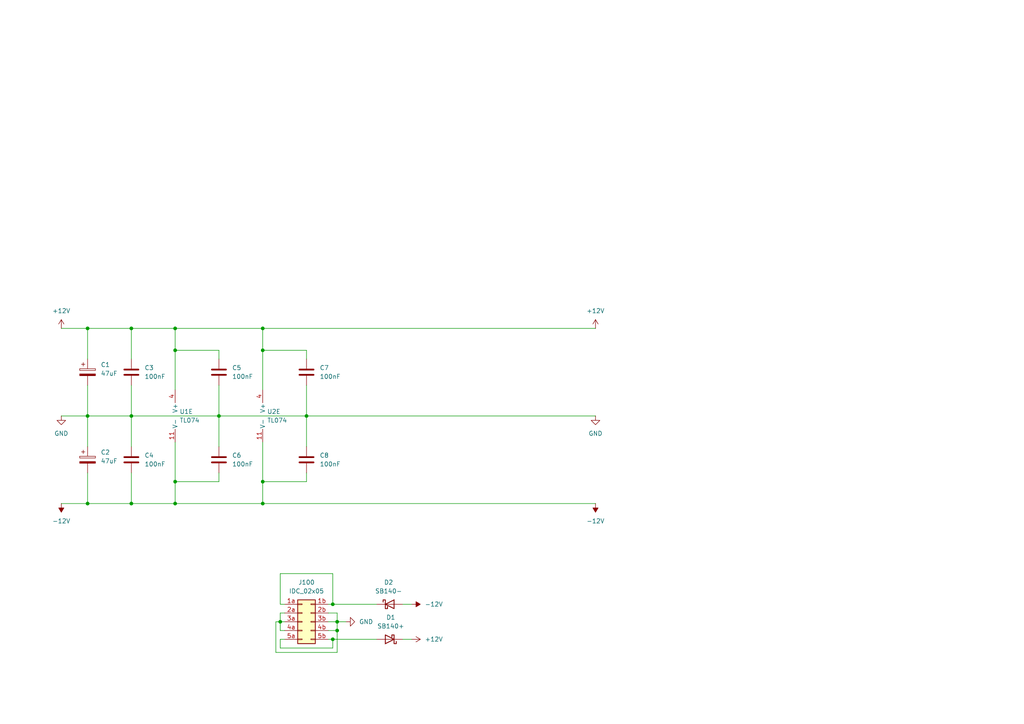
<source format=kicad_sch>
(kicad_sch (version 20231120) (generator "eeschema") (generator_version "8.0")
  (paper "A4")
  (title_block (title "Power Distribution") (company "DMH Instruments") (comment 1 "PCB for 5 cm Kosmo format synthesizer module"))
  (lib_symbols
    (symbol "Amplifier_Operational:TL074" (pin_names (offset 0.127))
      (property "Reference" "U" (at 0 5.08 0))
      (property "Value" "TL074" (at 0 -5.08 0))
      (symbol "TL074_1_1"
        (polyline (pts (xy -5.08 5.08) (xy 5.08 0) (xy -5.08 -5.08) (xy -5.08 5.08)) (stroke (width 0.254)) (fill (type background)))
        (pin output line (at 7.62 0 180) (length 2.54) (name "~") (number "1"))
        (pin input line (at -7.62 -2.54 0) (length 2.54) (name "-") (number "2"))
        (pin input line (at -7.62 2.54 0) (length 2.54) (name "+") (number "3"))
      )
      (symbol "TL074_2_1"
        (polyline (pts (xy -5.08 5.08) (xy 5.08 0) (xy -5.08 -5.08) (xy -5.08 5.08)) (stroke (width 0.254)) (fill (type background)))
        (pin input line (at -7.62 2.54 0) (length 2.54) (name "+") (number "5"))
        (pin input line (at -7.62 -2.54 0) (length 2.54) (name "-") (number "6"))
        (pin output line (at 7.62 0 180) (length 2.54) (name "~") (number "7"))
      )
      (symbol "TL074_3_1"
        (polyline (pts (xy -5.08 5.08) (xy 5.08 0) (xy -5.08 -5.08) (xy -5.08 5.08)) (stroke (width 0.254)) (fill (type background)))
        (pin input line (at -7.62 2.54 0) (length 2.54) (name "+") (number "10"))
        (pin output line (at 7.62 0 180) (length 2.54) (name "~") (number "8"))
        (pin input line (at -7.62 -2.54 0) (length 2.54) (name "-") (number "9"))
      )
      (symbol "TL074_4_1"
        (polyline (pts (xy -5.08 5.08) (xy 5.08 0) (xy -5.08 -5.08) (xy -5.08 5.08)) (stroke (width 0.254)) (fill (type background)))
        (pin input line (at -7.62 2.54 0) (length 2.54) (name "+") (number "12"))
        (pin input line (at -7.62 -2.54 0) (length 2.54) (name "-") (number "13"))
        (pin output line (at 7.62 0 180) (length 2.54) (name "~") (number "14"))
      )
      (symbol "TL074_5_1"
        (pin power_in line (at -2.54 -7.62 90) (length 3.81) (name "V-") (number "11"))
        (pin power_in line (at -2.54 7.62 270) (length 3.81) (name "V+") (number "4"))
      )
    )
    (symbol "Device:C" (pin_numbers hide) (pin_names (offset 0.254))
      (property "Reference" "C" (at 0.635 2.54 0))
      (property "Value" "C" (at 0.635 -2.54 0))
      (symbol "C_0_1"
        (polyline (pts (xy -2.032 -0.762) (xy 2.032 -0.762)) (stroke (width 0.508)))
        (polyline (pts (xy -2.032 0.762) (xy 2.032 0.762)) (stroke (width 0.508)))
      )
      (symbol "C_1_1"
        (pin passive line (at 0 3.81 270) (length 2.794) (name "~") (number "1"))
        (pin passive line (at 0 -3.81 90) (length 2.794) (name "~") (number "2"))
      )
    )
    (symbol "Device:C_Polarized" (pin_numbers hide) (pin_names (offset 0.254))
      (property "Reference" "C" (at 0.635 2.54 0))
      (property "Value" "C_Polarized" (at 0.635 -2.54 0))
      (symbol "C_Polarized_0_1"
        (rectangle (start -2.286 0.508) (end 2.286 1.016))
        (polyline (pts (xy -1.778 2.286) (xy -0.762 2.286)))
        (polyline (pts (xy -1.27 2.794) (xy -1.27 1.778)))
        (rectangle (start 2.286 -0.508) (end -2.286 -1.016) (fill (type outline)))
      )
      (symbol "C_Polarized_1_1"
        (pin passive line (at 0 3.81 270) (length 2.794) (name "~") (number "1"))
        (pin passive line (at 0 -3.81 90) (length 2.794) (name "~") (number "2"))
      )
    )
    (symbol "SynthStuff:Eurorack_Power_Connector_10Pin" (pin_names (offset 1.016) hide)
      (property "Reference" "J" (at 0 -10.922 0))
      (property "Value" "IDC_02x05" (at 0 -8.382 0))
      (symbol "Eurorack_Power_Connector_10Pin_1_1"
        (rectangle (start -2.54 -4.953) (end -1.27 -5.207) (stroke (width 0.1524)))
        (rectangle (start -2.54 -2.413) (end -1.27 -2.667) (stroke (width 0.1524)))
        (rectangle (start -2.54 0.127) (end -1.27 -0.127) (stroke (width 0.1524)))
        (rectangle (start -2.54 2.667) (end -1.27 2.413) (stroke (width 0.1524)))
        (rectangle (start -2.54 5.207) (end -1.27 4.953) (stroke (width 0.1524)))
        (rectangle (start -2.54 6.35) (end 2.54 -6.35) (stroke (width 0.254)) (fill (type background)))
        (rectangle (start 2.54 -4.953) (end 1.27 -5.207) (stroke (width 0.1524)))
        (rectangle (start 2.54 -2.413) (end 1.27 -2.667) (stroke (width 0.1524)))
        (rectangle (start 2.54 0.127) (end 1.27 -0.127) (stroke (width 0.1524)))
        (rectangle (start 2.54 2.667) (end 1.27 2.413) (stroke (width 0.1524)))
        (rectangle (start 2.54 5.207) (end 1.27 4.953) (stroke (width 0.1524)))
        (pin power_out line (at -6.35 5.08 0) (length 3.81) (name "Pin_1a") (number "1a"))
        (pin passive line (at 6.35 5.08 180) (length 3.81) (name "Pin_1b") (number "1b"))
        (pin power_out line (at -6.35 2.54 0) (length 3.81) (name "Pin_2a") (number "2a"))
        (pin passive line (at 6.35 2.54 180) (length 3.81) (name "Pin_2b") (number "2b"))
        (pin passive line (at -6.35 0 0) (length 3.81) (name "Pin_3a") (number "3a"))
        (pin passive line (at 6.35 0 180) (length 3.81) (name "Pin_3b") (number "3b"))
        (pin passive line (at -6.35 -2.54 0) (length 3.81) (name "Pin_4a") (number "4a"))
        (pin passive line (at 6.35 -2.54 180) (length 3.81) (name "Pin_4b") (number "4b"))
        (pin power_out line (at -6.35 -5.08 0) (length 3.81) (name "Pin_5a") (number "5a"))
        (pin passive line (at 6.35 -5.08 180) (length 3.81) (name "Pin_5b") (number "5b"))
      )
    )
    (symbol "SynthStuff:Power_Bus_Schotty_+" (pin_numbers hide) (pin_names (offset 1.016) hide)
      (property "Reference" "D" (at 0 2.54 0))
      (property "Value" "SB140+" (at 0 -2.54 0))
      (symbol "Power_Bus_Schotty_+_0_1"
        (polyline (pts (xy 1.27 0) (xy -1.27 0)))
        (polyline (pts (xy 1.27 1.27) (xy 1.27 -1.27) (xy -1.27 0) (xy 1.27 1.27)) (stroke (width 0.254)))
        (polyline (pts (xy -1.905 0.635) (xy -1.905 1.27) (xy -1.27 1.27) (xy -1.27 -1.27) (xy -0.635 -1.27) (xy -0.635 -0.635)) (stroke (width 0.254)))
      )
      (symbol "Power_Bus_Schotty_+_1_1"
        (pin power_out line (at -3.81 0 0) (length 2.54) (name "K") (number "1"))
        (pin power_in line (at 3.81 0 180) (length 2.54) (name "A") (number "2"))
      )
    )
    (symbol "SynthStuff:Power_Bus_Schotty_-" (pin_numbers hide) (pin_names (offset 1.016) hide)
      (property "Reference" "D" (at 0 2.54 0))
      (property "Value" "SB140-" (at 0 -2.54 0))
      (symbol "Power_Bus_Schotty_-_0_1"
        (polyline (pts (xy 1.27 0) (xy -1.27 0)))
        (polyline (pts (xy 1.27 1.27) (xy 1.27 -1.27) (xy -1.27 0) (xy 1.27 1.27)) (stroke (width 0.254)))
        (polyline (pts (xy -1.905 0.635) (xy -1.905 1.27) (xy -1.27 1.27) (xy -1.27 -1.27) (xy -0.635 -1.27) (xy -0.635 -0.635)) (stroke (width 0.254)))
      )
      (symbol "Power_Bus_Schotty_-_1_1"
        (pin power_in line (at -3.81 0 0) (length 2.54) (name "K") (number "1"))
        (pin power_out line (at 3.81 0 180) (length 2.54) (name "A") (number "2"))
      )
    )
    (symbol "power:+12V" (power) (pin_numbers hide) (pin_names (offset 0) hide)
      (property "Value" "+12V" (at 0 3.556 0))
      (symbol "+12V_0_1"
        (polyline (pts (xy -0.762 1.27) (xy 0 2.54)))
        (polyline (pts (xy 0 0) (xy 0 2.54)))
        (polyline (pts (xy 0 2.54) (xy 0.762 1.27)))
      )
      (symbol "+12V_1_1"
        (pin power_in line (at 0 0 90) (length 0) (name "~") (number "1"))
      )
    )
    (symbol "power:-12V" (power) (pin_numbers hide) (pin_names (offset 0) hide)
      (property "Value" "-12V" (at 0 3.556 0))
      (symbol "-12V_0_0"
        (pin power_in line (at 0 0 90) (length 0) (name "~") (number "1"))
      )
      (symbol "-12V_0_1"
        (polyline (pts (xy 0 0) (xy 0 1.27) (xy 0.762 1.27) (xy 0 2.54) (xy -0.762 1.27) (xy 0 1.27)) (fill (type outline)))
      )
    )
    (symbol "power:GND" (power) (pin_numbers hide) (pin_names (offset 0) hide)
      (property "Value" "GND" (at 0 -3.81 0))
      (symbol "GND_0_1"
        (polyline (pts (xy 0 0) (xy 0 -1.27) (xy 1.27 -1.27) (xy 0 -2.54) (xy -1.27 -1.27) (xy 0 -1.27)))
      )
      (symbol "GND_1_1"
        (pin power_in line (at 0 0 270) (length 0) (name "~") (number "1"))
      )
    )
  )
  (junction (at 76.2 101.6))
  (junction (at 81.28 180.34))
  (junction (at 50.8 146.05))
  (junction (at 97.79 180.34))
  (junction (at 76.2 139.7))
  (junction (at 76.2 146.05))
  (junction (at 76.2 95.25))
  (junction (at 25.4 120.65))
  (junction (at 38.1 146.05))
  (junction (at 96.52 175.26))
  (junction (at 63.5 120.65))
  (junction (at 97.79 182.88))
  (junction (at 25.4 146.05))
  (junction (at 96.52 185.42))
  (junction (at 38.1 120.65))
  (junction (at 50.8 101.6))
  (junction (at 88.9 120.65))
  (junction (at 25.4 95.25))
  (junction (at 50.8 95.25))
  (junction (at 38.1 95.25))
  (junction (at 50.8 139.7))
  (wire (pts (xy 96.52 175.26) (xy 109.22 175.26)))
  (wire (pts (xy 81.28 166.37) (xy 96.52 166.37)))
  (wire (pts (xy 63.5 111.76) (xy 63.5 120.65)))
  (wire (pts (xy 76.2 128.27) (xy 76.2 139.7)))
  (wire (pts (xy 81.28 180.34) (xy 80.01 180.34)))
  (wire (pts (xy 50.8 101.6) (xy 50.8 113.03)))
  (wire (pts (xy 95.25 185.42) (xy 96.52 185.42)))
  (wire (pts (xy 17.78 120.65) (xy 25.4 120.65)))
  (wire (pts (xy 88.9 120.65) (xy 172.72 120.65)))
  (wire (pts (xy 81.28 177.8) (xy 82.55 177.8)))
  (wire (pts (xy 95.25 180.34) (xy 97.79 180.34)))
  (wire (pts (xy 97.79 189.23) (xy 97.79 182.88)))
  (wire (pts (xy 116.84 185.42) (xy 119.38 185.42)))
  (wire (pts (xy 25.4 146.05) (xy 38.1 146.05)))
  (wire (pts (xy 88.9 111.76) (xy 88.9 120.65)))
  (wire (pts (xy 38.1 146.05) (xy 50.8 146.05)))
  (wire (pts (xy 82.55 182.88) (xy 81.28 182.88)))
  (wire (pts (xy 81.28 175.26) (xy 81.28 166.37)))
  (wire (pts (xy 25.4 95.25) (xy 25.4 104.14)))
  (wire (pts (xy 63.5 120.65) (xy 88.9 120.65)))
  (wire (pts (xy 38.1 120.65) (xy 63.5 120.65)))
  (wire (pts (xy 96.52 166.37) (xy 96.52 175.26)))
  (wire (pts (xy 76.2 146.05) (xy 172.72 146.05)))
  (wire (pts (xy 17.78 95.25) (xy 25.4 95.25)))
  (wire (pts (xy 63.5 139.7) (xy 50.8 139.7)))
  (wire (pts (xy 25.4 95.25) (xy 38.1 95.25)))
  (wire (pts (xy 81.28 182.88) (xy 81.28 180.34)))
  (wire (pts (xy 50.8 146.05) (xy 76.2 146.05)))
  (wire (pts (xy 38.1 95.25) (xy 38.1 104.14)))
  (wire (pts (xy 82.55 175.26) (xy 81.28 175.26)))
  (wire (pts (xy 97.79 177.8) (xy 97.79 180.34)))
  (wire (pts (xy 88.9 139.7) (xy 76.2 139.7)))
  (wire (pts (xy 25.4 111.76) (xy 25.4 120.65)))
  (wire (pts (xy 76.2 101.6) (xy 88.9 101.6)))
  (wire (pts (xy 82.55 185.42) (xy 81.28 185.42)))
  (wire (pts (xy 116.84 175.26) (xy 119.38 175.26)))
  (wire (pts (xy 25.4 120.65) (xy 25.4 129.54)))
  (wire (pts (xy 50.8 95.25) (xy 50.8 101.6)))
  (wire (pts (xy 81.28 185.42) (xy 81.28 187.96)))
  (wire (pts (xy 95.25 182.88) (xy 97.79 182.88)))
  (wire (pts (xy 95.25 177.8) (xy 97.79 177.8)))
  (wire (pts (xy 88.9 120.65) (xy 88.9 129.54)))
  (wire (pts (xy 76.2 95.25) (xy 172.72 95.25)))
  (wire (pts (xy 81.28 180.34) (xy 82.55 180.34)))
  (wire (pts (xy 38.1 137.16) (xy 38.1 146.05)))
  (wire (pts (xy 88.9 137.16) (xy 88.9 139.7)))
  (wire (pts (xy 81.28 187.96) (xy 96.52 187.96)))
  (wire (pts (xy 97.79 180.34) (xy 100.33 180.34)))
  (wire (pts (xy 38.1 111.76) (xy 38.1 120.65)))
  (wire (pts (xy 76.2 95.25) (xy 76.2 101.6)))
  (wire (pts (xy 88.9 104.14) (xy 88.9 101.6)))
  (wire (pts (xy 50.8 95.25) (xy 76.2 95.25)))
  (wire (pts (xy 76.2 139.7) (xy 76.2 146.05)))
  (wire (pts (xy 80.01 189.23) (xy 97.79 189.23)))
  (wire (pts (xy 63.5 120.65) (xy 63.5 129.54)))
  (wire (pts (xy 38.1 95.25) (xy 50.8 95.25)))
  (wire (pts (xy 50.8 128.27) (xy 50.8 139.7)))
  (wire (pts (xy 80.01 180.34) (xy 80.01 189.23)))
  (wire (pts (xy 25.4 137.16) (xy 25.4 146.05)))
  (wire (pts (xy 96.52 187.96) (xy 96.52 185.42)))
  (wire (pts (xy 63.5 104.14) (xy 63.5 101.6)))
  (wire (pts (xy 97.79 182.88) (xy 97.79 180.34)))
  (wire (pts (xy 76.2 101.6) (xy 76.2 113.03)))
  (wire (pts (xy 50.8 101.6) (xy 63.5 101.6)))
  (wire (pts (xy 17.78 146.05) (xy 25.4 146.05)))
  (wire (pts (xy 81.28 180.34) (xy 81.28 177.8)))
  (wire (pts (xy 95.25 175.26) (xy 96.52 175.26)))
  (wire (pts (xy 50.8 139.7) (xy 50.8 146.05)))
  (wire (pts (xy 96.52 185.42) (xy 109.22 185.42)))
  (wire (pts (xy 63.5 137.16) (xy 63.5 139.7)))
  (wire (pts (xy 38.1 120.65) (xy 38.1 129.54)))
  (wire (pts (xy 25.4 120.65) (xy 38.1 120.65)))
  (symbol (lib_id "Device:C") (at 38.1 107.95 0) (unit 1)
    (property "Reference" "C3" (at 41.91 106.6799 0) (effects (justify left)))
    (property "Value" "100nF" (at 41.91 109.2199 0) (effects (justify left)))
    (property "Footprint" "Capacitor_THT:C_Disc_D4.3mm_W1.9mm_P5.00mm" (effects (hide yes)))
    (property "Description" "Unpolarized capacitor" (effects (hide yes)))
  )
  (symbol (lib_id "Amplifier_Operational:TL074") (at 53.34 120.65 0) (unit 5)
    (property "Reference" "U1" (at 52.07 119.3799 0) (effects (justify left)))
    (property "Value" "TL074" (at 52.07 121.9199 0) (effects (justify left)))
    (property "Footprint" "Package_DIP:DIP-14_W7.62mm_Socket" (effects (hide yes)))
    (property "Datasheet" "http://www.ti.com/lit/ds/symlink/tl071.pdf" (effects (hide yes)))
    (property "Description" "Quad Low-Noise JFET-Input Operational Amplifiers, DIP-14/SOIC-14" (effects (hide yes)))
  )
  (symbol (lib_id "Device:C_Polarized") (at 25.4 133.35 0) (unit 1)
    (property "Reference" "C2" (at 29.21 131.1909 0) (effects (justify left)))
    (property "Value" "47uF" (at 29.21 133.7309 0) (effects (justify left)))
    (property "Footprint" "Capacitor_THT:CP_Radial_D5.0mm_P2.00mm" (effects (hide yes)))
    (property "Description" "Polarized capacitor" (effects (hide yes)))
  )
  (symbol (lib_id "power:+12V") (at 17.78 95.25 0) (unit 1)
    (property "Reference" "#PWR013" (effects (hide yes)))
    (property "Value" "+12V" (at 17.78 90.17 0))
    (property "Description" "Power symbol creates a global label with name \"+12V\"" (effects (hide yes)))
  )
  (symbol (lib_id "power:-12V") (at 119.38 175.26 270) (unit 1)
    (property "Reference" "#PWR05" (effects (hide yes)))
    (property "Value" "-12V" (at 123.19 175.2599 90) (effects (justify left)))
    (property "Description" "Power symbol creates a global label with name \"-12V\"" (effects (hide yes)))
  )
  (symbol (lib_id "power:-12V") (at 17.78 146.05 180) (unit 1)
    (property "Reference" "#PWR017" (effects (hide yes)))
    (property "Value" "-12V" (at 17.78 151.13 0))
    (property "Description" "Power symbol creates a global label with name \"-12V\"" (effects (hide yes)))
  )
  (symbol (lib_id "SynthStuff:Eurorack_Power_Connector_10Pin") (at 88.9 180.34 0) (unit 1)
    (property "Reference" "J100" (at 88.9 168.91 0))
    (property "Value" "IDC_02x05" (at 88.9 171.45 0))
    (property "Footprint" "SynthStuff:IDC-Header_2x05_P2.54mm_Vertical_Eurorack" (effects (hide yes)))
    (property "Description" "IDC jack, 2x5 pins, row a carries same signals as row b." (effects (hide yes)))
  )
  (symbol (lib_id "Device:C") (at 38.1 133.35 0) (unit 1)
    (property "Reference" "C4" (at 41.91 132.0799 0) (effects (justify left)))
    (property "Value" "100nF" (at 41.91 134.6199 0) (effects (justify left)))
    (property "Footprint" "Capacitor_THT:C_Disc_D4.3mm_W1.9mm_P5.00mm" (effects (hide yes)))
    (property "Description" "Unpolarized capacitor" (effects (hide yes)))
  )
  (symbol (lib_id "power:GND") (at 17.78 120.65 0) (unit 1)
    (property "Reference" "#PWR015" (effects (hide yes)))
    (property "Value" "GND" (at 17.78 125.73 0))
    (property "Description" "Power symbol creates a global label with name \"GND\" , ground" (effects (hide yes)))
  )
  (symbol (lib_id "power:+12V") (at 172.72 95.25 0) (unit 1)
    (property "Reference" "#PWR014" (effects (hide yes)))
    (property "Value" "+12V" (at 172.72 90.17 0))
    (property "Description" "Power symbol creates a global label with name \"+12V\"" (effects (hide yes)))
  )
  (symbol (lib_id "power:GND") (at 172.72 120.65 0) (unit 1)
    (property "Reference" "#PWR016" (effects (hide yes)))
    (property "Value" "GND" (at 172.72 125.73 0))
    (property "Description" "Power symbol creates a global label with name \"GND\" , ground" (effects (hide yes)))
  )
  (symbol (lib_id "SynthStuff:Power_Bus_Schotty_+") (at 113.03 185.42 180) (unit 1)
    (property "Reference" "D1" (at 113.3475 179.07 0))
    (property "Value" "SB140+" (at 113.3475 181.61 0))
    (property "Footprint" "Diode_THT:D_DO-41_SOD81_P10.16mm_Horizontal" (effects (hide yes)))
    (property "Datasheet" "http://www.diodes.com/_files/datasheets/ds23022.pdf" (effects (hide yes)))
    (property "Description" "40V 1A Schottky Barrier Rectifier Diode, DO-41" (effects (hide yes)))
  )
  (symbol (lib_id "Device:C") (at 63.5 133.35 0) (unit 1)
    (property "Reference" "C6" (at 67.31 132.0799 0) (effects (justify left)))
    (property "Value" "100nF" (at 67.31 134.6199 0) (effects (justify left)))
    (property "Footprint" "Capacitor_THT:C_Disc_D4.3mm_W1.9mm_P5.00mm" (effects (hide yes)))
    (property "Description" "Unpolarized capacitor" (effects (hide yes)))
  )
  (symbol (lib_id "Device:C") (at 63.5 107.95 0) (unit 1)
    (property "Reference" "C5" (at 67.31 106.6799 0) (effects (justify left)))
    (property "Value" "100nF" (at 67.31 109.2199 0) (effects (justify left)))
    (property "Footprint" "Capacitor_THT:C_Disc_D4.3mm_W1.9mm_P5.00mm" (effects (hide yes)))
    (property "Description" "Unpolarized capacitor" (effects (hide yes)))
  )
  (symbol (lib_id "Amplifier_Operational:TL074") (at 78.74 120.65 0) (unit 5)
    (property "Reference" "U2" (at 77.47 119.3799 0) (effects (justify left)))
    (property "Value" "TL074" (at 77.47 121.9199 0) (effects (justify left)))
    (property "Footprint" "Package_DIP:DIP-14_W7.62mm_Socket" (effects (hide yes)))
    (property "Datasheet" "http://www.ti.com/lit/ds/symlink/tl071.pdf" (effects (hide yes)))
    (property "Description" "Quad Low-Noise JFET-Input Operational Amplifiers, DIP-14/SOIC-14" (effects (hide yes)))
  )
  (symbol (lib_id "power:+12V") (at 119.38 185.42 270) (unit 1)
    (property "Reference" "#PWR06" (effects (hide yes)))
    (property "Value" "+12V" (at 123.19 185.4199 90) (effects (justify left)))
    (property "Description" "Power symbol creates a global label with name \"+12V\"" (effects (hide yes)))
  )
  (symbol (lib_id "Device:C") (at 88.9 107.95 0) (unit 1)
    (property "Reference" "C7" (at 92.71 106.6799 0) (effects (justify left)))
    (property "Value" "100nF" (at 92.71 109.2199 0) (effects (justify left)))
    (property "Footprint" "Capacitor_THT:C_Disc_D4.3mm_W1.9mm_P5.00mm" (effects (hide yes)))
    (property "Description" "Unpolarized capacitor" (effects (hide yes)))
  )
  (symbol (lib_id "Device:C_Polarized") (at 25.4 107.95 0) (unit 1)
    (property "Reference" "C1" (at 29.21 105.7909 0) (effects (justify left)))
    (property "Value" "47uF" (at 29.21 108.3309 0) (effects (justify left)))
    (property "Footprint" "Capacitor_THT:CP_Radial_D5.0mm_P2.00mm" (effects (hide yes)))
    (property "Description" "Polarized capacitor" (effects (hide yes)))
  )
  (symbol (lib_id "Device:C") (at 88.9 133.35 0) (unit 1)
    (property "Reference" "C8" (at 92.71 132.0799 0) (effects (justify left)))
    (property "Value" "100nF" (at 92.71 134.6199 0) (effects (justify left)))
    (property "Footprint" "Capacitor_THT:C_Disc_D4.3mm_W1.9mm_P5.00mm" (effects (hide yes)))
    (property "Description" "Unpolarized capacitor" (effects (hide yes)))
  )
  (symbol (lib_id "power:-12V") (at 172.72 146.05 180) (unit 1)
    (property "Reference" "#PWR018" (effects (hide yes)))
    (property "Value" "-12V" (at 172.72 151.13 0))
    (property "Description" "Power symbol creates a global label with name \"-12V\"" (effects (hide yes)))
  )
  (symbol (lib_id "SynthStuff:Power_Bus_Schotty_-") (at 113.03 175.26 0) (unit 1)
    (property "Reference" "D2" (at 112.7125 168.91 0))
    (property "Value" "SB140-" (at 112.7125 171.45 0))
    (property "Footprint" "Diode_THT:D_DO-41_SOD81_P10.16mm_Horizontal" (effects (hide yes)))
    (property "Datasheet" "http://www.diodes.com/_files/datasheets/ds23022.pdf" (effects (hide yes)))
    (property "Description" "40V 1A Schottky Barrier Rectifier Diode, DO-41" (effects (hide yes)))
  )
  (symbol (lib_id "power:GND") (at 100.33 180.34 90) (unit 1)
    (property "Reference" "#PWR07" (effects (hide yes)))
    (property "Value" "GND" (at 104.14 180.3399 90) (effects (justify right)))
    (property "Description" "Power symbol creates a global label with name \"GND\" , ground" (effects (hide yes)))
  )
)
</source>
